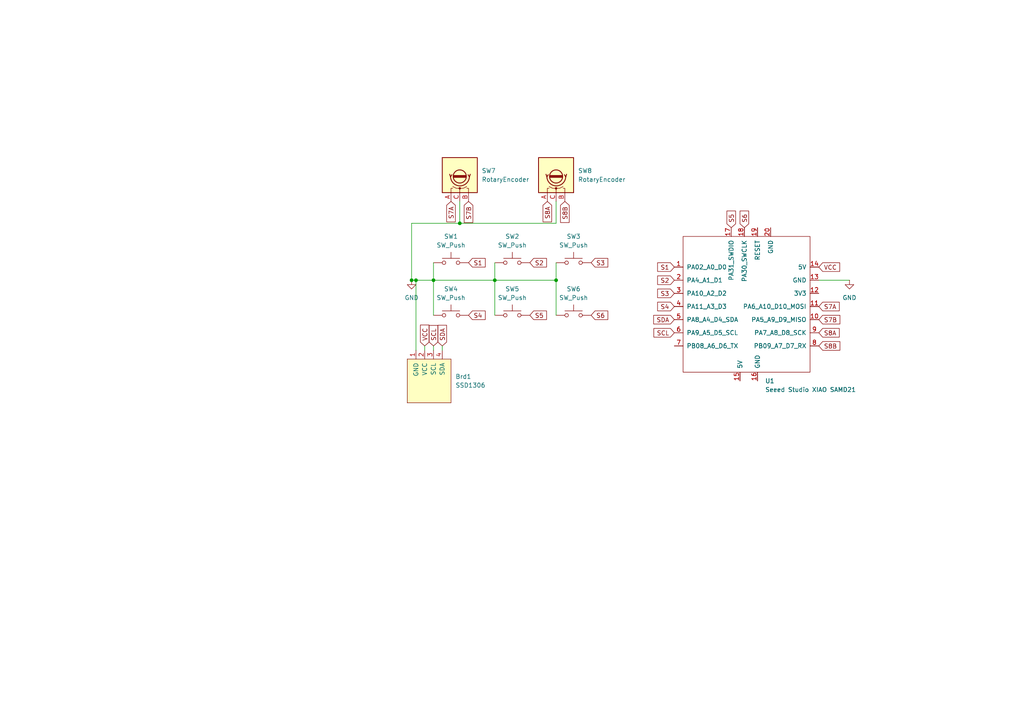
<source format=kicad_sch>
(kicad_sch (version 20231120) (generator "eeschema") (generator_version "8.0")
  (paper "A4")
  (lib_symbols
    (symbol "Device:RotaryEncoder" (pin_names (offset 0.254) hide)
      (property "Reference" "SW" (at 0 6.604 0))
      (property "Value" "RotaryEncoder" (at 0 -6.604 0))
      (symbol "RotaryEncoder_0_1"
        (rectangle (start -5.08 5.08) (end 5.08 -5.08) (stroke (width 0.254)) (fill (type background)))
        (circle (center -3.81 0) (radius 0.254) (fill (type outline)))
        (circle (center -0.381 0) (radius 1.905) (stroke (width 0.254)))
        (arc (start -0.381 2.667) (mid -3.0988 -0.0635) (end -0.381 -2.794) (stroke (width 0.254)))
        (polyline (pts (xy -0.635 -1.778) (xy -0.635 1.778)) (stroke (width 0.254)))
        (polyline (pts (xy -0.381 -1.778) (xy -0.381 1.778)) (stroke (width 0.254)))
        (polyline (pts (xy -0.127 1.778) (xy -0.127 -1.778)) (stroke (width 0.254)))
        (polyline (pts (xy -5.08 -2.54) (xy -3.81 -2.54) (xy -3.81 -2.032)))
        (polyline (pts (xy -5.08 2.54) (xy -3.81 2.54) (xy -3.81 2.032)))
        (polyline (pts (xy 0.254 -3.048) (xy -0.508 -2.794) (xy 0.127 -2.413)) (stroke (width 0.254)))
        (polyline (pts (xy 0.254 2.921) (xy -0.508 2.667) (xy 0.127 2.286)) (stroke (width 0.254)))
        (polyline (pts (xy -5.08 0) (xy -3.81 0) (xy -3.81 -1.016) (xy -3.302 -2.032)))
        (polyline (pts (xy -4.318 0) (xy -3.81 0) (xy -3.81 1.016) (xy -3.302 2.032)))
      )
      (symbol "RotaryEncoder_1_1"
        (pin passive line (at -7.62 2.54 0) (length 2.54) (name "A") (number "A"))
        (pin passive line (at -7.62 -2.54 0) (length 2.54) (name "B") (number "B"))
        (pin passive line (at -7.62 0 0) (length 2.54) (name "C") (number "C"))
      )
    )
    (symbol "SSD1306-128x64_OLED:SSD1306" (pin_names (offset 1.016))
      (property "Reference" "Brd" (at 0 -3.81 0))
      (property "Value" "SSD1306" (at 0 -1.27 0))
      (symbol "SSD1306_0_1"
        (rectangle (start -6.35 6.35) (end 6.35 -6.35) (fill (type background)))
      )
      (symbol "SSD1306_1_1"
        (pin input line (at -3.81 8.89 270) (length 2.54) (name "GND") (number "1"))
        (pin input line (at -1.27 8.89 270) (length 2.54) (name "VCC") (number "2"))
        (pin input line (at 1.27 8.89 270) (length 2.54) (name "SCL") (number "3"))
        (pin input line (at 3.81 8.89 270) (length 2.54) (name "SDA") (number "4"))
      )
    )
    (symbol "Seeed_Studio_XIAO_Series:Seeed Studio XIAO SAMD21" (pin_names (offset 1.016))
      (property "Reference" "U" (at -19.05 22.86 0))
      (property "Value" "Seeed Studio XIAO SAMD21" (at -12.7 21.59 0))
      (symbol "Seeed Studio XIAO SAMD21_0_1"
        (rectangle (start -19.05 20.32) (end 17.78 -19.05))
      )
      (symbol "Seeed Studio XIAO SAMD21_1_1"
        (pin unspecified line (at -21.59 11.43 0) (length 2.54) (name "PA02_A0_D0") (number "1"))
        (pin unspecified line (at 20.32 -3.81 180) (length 2.54) (name "PA5_A9_D9_MISO") (number "10"))
        (pin unspecified line (at 20.32 0 180) (length 2.54) (name "PA6_A10_D10_MOSI") (number "11"))
        (pin unspecified line (at 20.32 3.81 180) (length 2.54) (name "3V3") (number "12"))
        (pin unspecified line (at 20.32 7.62 180) (length 2.54) (name "GND") (number "13"))
        (pin unspecified line (at 20.32 11.43 180) (length 2.54) (name "5V") (number "14"))
        (pin input line (at -2.54 -21.59 90) (length 2.54) (name "5V") (number "15"))
        (pin input line (at 2.54 -21.59 90) (length 2.54) (name "GND") (number "16"))
        (pin input line (at -5.08 22.86 270) (length 2.54) (name "PA31_SWDIO") (number "17"))
        (pin input line (at -1.27 22.86 270) (length 2.54) (name "PA30_SWCLK") (number "18"))
        (pin input line (at 2.54 22.86 270) (length 2.54) (name "RESET") (number "19"))
        (pin unspecified line (at -21.59 7.62 0) (length 2.54) (name "PA4_A1_D1") (number "2"))
        (pin input line (at 6.35 22.86 270) (length 2.54) (name "GND") (number "20"))
        (pin unspecified line (at -21.59 3.81 0) (length 2.54) (name "PA10_A2_D2") (number "3"))
        (pin unspecified line (at -21.59 0 0) (length 2.54) (name "PA11_A3_D3") (number "4"))
        (pin unspecified line (at -21.59 -3.81 0) (length 2.54) (name "PA8_A4_D4_SDA") (number "5"))
        (pin unspecified line (at -21.59 -7.62 0) (length 2.54) (name "PA9_A5_D5_SCL") (number "6"))
        (pin unspecified line (at -21.59 -11.43 0) (length 2.54) (name "PB08_A6_D6_TX") (number "7"))
        (pin unspecified line (at 20.32 -11.43 180) (length 2.54) (name "PB09_A7_D7_RX") (number "8"))
        (pin unspecified line (at 20.32 -7.62 180) (length 2.54) (name "PA7_A8_D8_SCK") (number "9"))
      )
    )
    (symbol "Switch:SW_Push" (pin_numbers hide) (pin_names (offset 1.016) hide)
      (property "Reference" "SW" (at 1.27 2.54 0))
      (property "Value" "SW_Push" (at 0 -1.524 0))
      (symbol "SW_Push_0_1"
        (circle (center -2.032 0) (radius 0.508))
        (polyline (pts (xy 0 1.27) (xy 0 3.048)))
        (polyline (pts (xy 2.54 1.27) (xy -2.54 1.27)))
        (circle (center 2.032 0) (radius 0.508))
        (pin passive line (at -5.08 0 0) (length 2.54) (name "1") (number "1"))
        (pin passive line (at 5.08 0 180) (length 2.54) (name "2") (number "2"))
      )
    )
    (symbol "power:GND" (power) (pin_numbers hide) (pin_names (offset 0) hide)
      (property "Value" "GND" (at 0 -3.81 0))
      (symbol "GND_0_1"
        (polyline (pts (xy 0 0) (xy 0 -1.27) (xy 1.27 -1.27) (xy 0 -2.54) (xy -1.27 -1.27) (xy 0 -1.27)))
      )
      (symbol "GND_1_1"
        (pin power_in line (at 0 0 270) (length 0) (name "~") (number "1"))
      )
    )
  )
  (junction (at 143.51 81.28))
  (junction (at 161.29 81.28))
  (junction (at 125.73 81.28))
  (junction (at 120.65 81.28))
  (junction (at 133.35 64.77))
  (junction (at 119.38 81.28))
  (wire (pts (xy 123.19 101.6) (xy 123.19 100.33)))
  (wire (pts (xy 237.49 81.28) (xy 246.38 81.28)))
  (wire (pts (xy 143.51 76.2) (xy 143.51 81.28)))
  (wire (pts (xy 133.35 64.77) (xy 161.29 64.77)))
  (wire (pts (xy 133.35 64.77) (xy 119.38 64.77)))
  (wire (pts (xy 161.29 76.2) (xy 161.29 81.28)))
  (wire (pts (xy 128.27 101.6) (xy 128.27 100.33)))
  (wire (pts (xy 119.38 81.28) (xy 120.65 81.28)))
  (wire (pts (xy 120.65 81.28) (xy 125.73 81.28)))
  (wire (pts (xy 125.73 101.6) (xy 125.73 100.33)))
  (wire (pts (xy 143.51 81.28) (xy 161.29 81.28)))
  (wire (pts (xy 119.38 64.77) (xy 119.38 81.28)))
  (wire (pts (xy 125.73 76.2) (xy 125.73 81.28)))
  (wire (pts (xy 161.29 81.28) (xy 161.29 91.44)))
  (wire (pts (xy 120.65 101.6) (xy 120.65 81.28)))
  (wire (pts (xy 125.73 81.28) (xy 125.73 91.44)))
  (wire (pts (xy 133.35 58.42) (xy 133.35 64.77)))
  (wire (pts (xy 125.73 81.28) (xy 143.51 81.28)))
  (wire (pts (xy 161.29 64.77) (xy 161.29 58.42)))
  (wire (pts (xy 143.51 81.28) (xy 143.51 91.44)))
  (global_label "VCC" (shape input) (at 237.49 77.47 0) (property "Intersheetrefs" "${INTERSHEET_REFS}" (effects (hide yes))))
  (global_label "S7A" (shape input) (at 237.49 88.9 0) (property "Intersheetrefs" "${INTERSHEET_REFS}" (effects (hide yes))))
  (global_label "SCL" (shape input) (at 195.58 96.52 180) (property "Intersheetrefs" "${INTERSHEET_REFS}" (effects (hide yes))))
  (global_label "S8A" (shape input) (at 237.49 96.52 0) (property "Intersheetrefs" "${INTERSHEET_REFS}" (effects (hide yes))))
  (global_label "S2" (shape input) (at 153.67 76.2 0) (property "Intersheetrefs" "${INTERSHEET_REFS}" (effects (hide yes))))
  (global_label "S7B" (shape input) (at 237.49 92.71 0) (property "Intersheetrefs" "${INTERSHEET_REFS}" (effects (hide yes))))
  (global_label "SDA" (shape input) (at 128.27 100.33 90) (property "Intersheetrefs" "${INTERSHEET_REFS}" (effects (hide yes))))
  (global_label "S4" (shape input) (at 195.58 88.9 180) (property "Intersheetrefs" "${INTERSHEET_REFS}" (effects (hide yes))))
  (global_label "S5" (shape input) (at 153.67 91.44 0) (property "Intersheetrefs" "${INTERSHEET_REFS}" (effects (hide yes))))
  (global_label "S6" (shape input) (at 171.45 91.44 0) (property "Intersheetrefs" "${INTERSHEET_REFS}" (effects (hide yes))))
  (global_label "VCC" (shape input) (at 123.19 100.33 90) (property "Intersheetrefs" "${INTERSHEET_REFS}" (effects (hide yes))))
  (global_label "S1" (shape input) (at 195.58 77.47 180) (property "Intersheetrefs" "${INTERSHEET_REFS}" (effects (hide yes))))
  (global_label "SCL" (shape input) (at 125.73 100.33 90) (property "Intersheetrefs" "${INTERSHEET_REFS}" (effects (hide yes))))
  (global_label "S3" (shape input) (at 195.58 85.09 180) (property "Intersheetrefs" "${INTERSHEET_REFS}" (effects (hide yes))))
  (global_label "S8B" (shape input) (at 163.83 58.42 270) (property "Intersheetrefs" "${INTERSHEET_REFS}" (effects (hide yes))))
  (global_label "S2" (shape input) (at 195.58 81.28 180) (property "Intersheetrefs" "${INTERSHEET_REFS}" (effects (hide yes))))
  (global_label "S8A" (shape input) (at 158.75 58.42 270) (property "Intersheetrefs" "${INTERSHEET_REFS}" (effects (hide yes))))
  (global_label "SDA" (shape input) (at 195.58 92.71 180) (property "Intersheetrefs" "${INTERSHEET_REFS}" (effects (hide yes))))
  (global_label "S3" (shape input) (at 171.45 76.2 0) (property "Intersheetrefs" "${INTERSHEET_REFS}" (effects (hide yes))))
  (global_label "S7B" (shape input) (at 135.89 58.42 270) (property "Intersheetrefs" "${INTERSHEET_REFS}" (effects (hide yes))))
  (global_label "S4" (shape input) (at 135.89 91.44 0) (property "Intersheetrefs" "${INTERSHEET_REFS}" (effects (hide yes))))
  (global_label "S1" (shape input) (at 135.89 76.2 0) (property "Intersheetrefs" "${INTERSHEET_REFS}" (effects (hide yes))))
  (global_label "S5" (shape input) (at 212.09 66.04 90) (property "Intersheetrefs" "${INTERSHEET_REFS}" (effects (hide yes))))
  (global_label "S7A" (shape input) (at 130.81 58.42 270) (property "Intersheetrefs" "${INTERSHEET_REFS}" (effects (hide yes))))
  (global_label "S8B" (shape input) (at 237.49 100.33 0) (property "Intersheetrefs" "${INTERSHEET_REFS}" (effects (hide yes))))
  (global_label "S6" (shape input) (at 215.9 66.04 90) (property "Intersheetrefs" "${INTERSHEET_REFS}" (effects (hide yes))))
  (symbol (lib_id "SSD1306-128x64_OLED:SSD1306") (at 124.46 110.49 0) (unit 1)
    (property "Reference" "Brd1" (at 132.08 109.2199 0) (effects (justify left)))
    (property "Value" "SSD1306" (at 132.08 111.7599 0) (effects (justify left)))
    (property "Footprint" "SSD1306:128x64OLED" (effects (hide yes)))
  )
  (symbol (lib_id "Switch:SW_Push") (at 130.81 91.44 0) (unit 1)
    (property "Reference" "SW4" (at 130.81 83.82 0))
    (property "Value" "SW_Push" (at 130.81 86.36 0))
    (property "Footprint" "Button_Switch_Keyboard:SW_Cherry_MX_1.00u_PCB" (effects (hide yes)))
    (property "Description" "Push button switch, generic, two pins" (effects (hide yes)))
  )
  (symbol (lib_id "Device:RotaryEncoder") (at 133.35 50.8 90) (unit 1)
    (property "Reference" "SW7" (at 139.7 49.5299 90) (effects (justify right)))
    (property "Value" "RotaryEncoder" (at 139.7 52.0699 90) (effects (justify right)))
    (property "Footprint" "Rotary_Encoder:RotaryEncoder_Alps_EC11E-Switch_Vertical_H20mm" (effects (hide yes)))
    (property "Description" "Rotary encoder, dual channel, incremental quadrate outputs" (effects (hide yes)))
  )
  (symbol (lib_id "Switch:SW_Push") (at 148.59 91.44 0) (unit 1)
    (property "Reference" "SW5" (at 148.59 83.82 0))
    (property "Value" "SW_Push" (at 148.59 86.36 0))
    (property "Footprint" "Button_Switch_Keyboard:SW_Cherry_MX_1.00u_PCB" (effects (hide yes)))
    (property "Description" "Push button switch, generic, two pins" (effects (hide yes)))
  )
  (symbol (lib_id "power:GND") (at 119.38 81.28 0) (unit 1)
    (property "Reference" "#PWR01" (effects (hide yes)))
    (property "Value" "GND" (at 119.38 86.36 0))
    (property "Description" "Power symbol creates a global label with name \"GND\" , ground" (effects (hide yes)))
  )
  (symbol (lib_id "Switch:SW_Push") (at 148.59 76.2 0) (unit 1)
    (property "Reference" "SW2" (at 148.59 68.58 0))
    (property "Value" "SW_Push" (at 148.59 71.12 0))
    (property "Footprint" "Button_Switch_Keyboard:SW_Cherry_MX_1.00u_PCB" (effects (hide yes)))
    (property "Description" "Push button switch, generic, two pins" (effects (hide yes)))
  )
  (symbol (lib_id "Switch:SW_Push") (at 130.81 76.2 0) (unit 1)
    (property "Reference" "SW1" (at 130.81 68.58 0))
    (property "Value" "SW_Push" (at 130.81 71.12 0))
    (property "Footprint" "Button_Switch_Keyboard:SW_Cherry_MX_1.00u_PCB" (effects (hide yes)))
    (property "Description" "Push button switch, generic, two pins" (effects (hide yes)))
  )
  (symbol (lib_id "power:GND") (at 246.38 81.28 0) (unit 1)
    (property "Reference" "#PWR02" (effects (hide yes)))
    (property "Value" "GND" (at 246.38 86.36 0))
    (property "Description" "Power symbol creates a global label with name \"GND\" , ground" (effects (hide yes)))
  )
  (symbol (lib_id "Device:RotaryEncoder") (at 161.29 50.8 90) (unit 1)
    (property "Reference" "SW8" (at 167.64 49.5299 90) (effects (justify right)))
    (property "Value" "RotaryEncoder" (at 167.64 52.0699 90) (effects (justify right)))
    (property "Footprint" "Rotary_Encoder:RotaryEncoder_Alps_EC11E-Switch_Vertical_H20mm" (effects (hide yes)))
    (property "Description" "Rotary encoder, dual channel, incremental quadrate outputs" (effects (hide yes)))
  )
  (symbol (lib_id "Switch:SW_Push") (at 166.37 91.44 0) (unit 1)
    (property "Reference" "SW6" (at 166.37 83.82 0))
    (property "Value" "SW_Push" (at 166.37 86.36 0))
    (property "Footprint" "Button_Switch_Keyboard:SW_Cherry_MX_1.00u_PCB" (effects (hide yes)))
    (property "Description" "Push button switch, generic, two pins" (effects (hide yes)))
  )
  (symbol (lib_id "Switch:SW_Push") (at 166.37 76.2 0) (unit 1)
    (property "Reference" "SW3" (at 166.37 68.58 0))
    (property "Value" "SW_Push" (at 166.37 71.12 0))
    (property "Footprint" "Button_Switch_Keyboard:SW_Cherry_MX_1.00u_PCB" (effects (hide yes)))
    (property "Description" "Push button switch, generic, two pins" (effects (hide yes)))
  )
  (symbol (lib_id "Seeed_Studio_XIAO_Series:Seeed Studio XIAO SAMD21") (at 217.17 88.9 0) (unit 1)
    (property "Reference" "U1" (at 221.9041 110.49 0) (effects (justify left)))
    (property "Value" "Seeed Studio XIAO SAMD21" (at 221.9041 113.03 0) (effects (justify left)))
    (property "Footprint" "Seeed Studio XIAO Series Library:XIAO-Generic-Thruhole-14P-2.54-21X17.8MM" (effects (hide yes)))
  )
)
</source>
